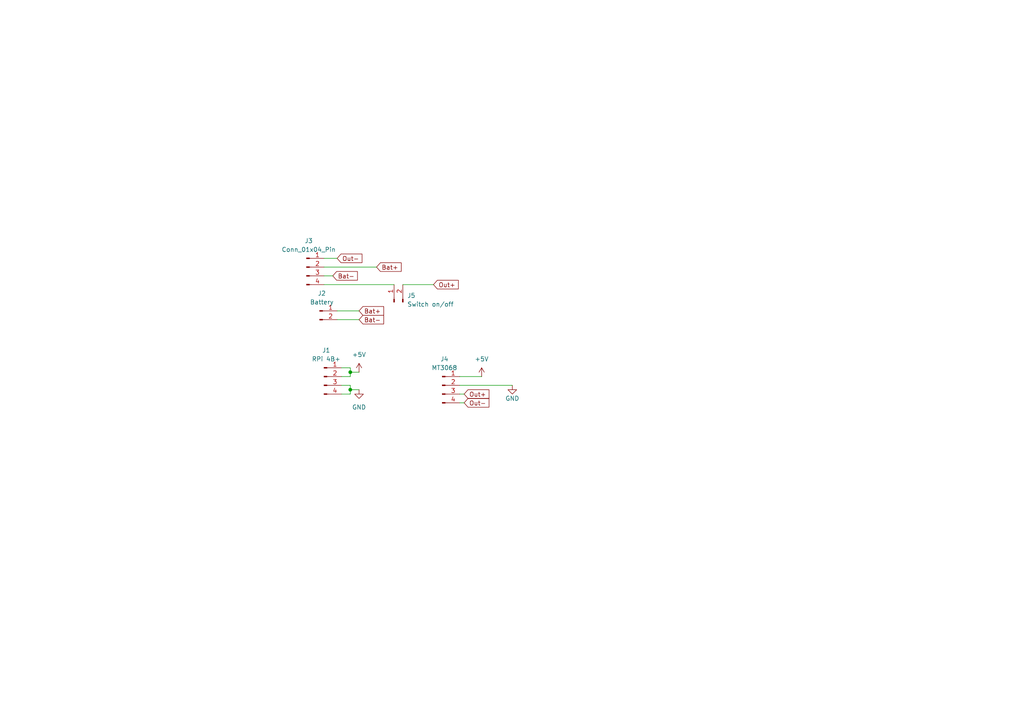
<source format=kicad_sch>
(kicad_sch (version 20231120) (generator "eeschema") (generator_version "8.0")
  (paper "A4")
  (lib_symbols
    (symbol "Connector:Conn_01x02_Pin" (pin_names (offset 1.016) hide)
      (property "Reference" "J" (at 0 2.54 0))
      (property "Value" "Conn_01x02_Pin" (at 0 -5.08 0))
      (symbol "Conn_01x02_Pin_1_1"
        (polyline (pts (xy 1.27 -2.54) (xy 0.8636 -2.54)) (stroke (width 0.1524)))
        (polyline (pts (xy 1.27 0) (xy 0.8636 0)) (stroke (width 0.1524)))
        (rectangle (start 0.8636 -2.413) (end 0 -2.667) (stroke (width 0.1524)) (fill (type outline)))
        (rectangle (start 0.8636 0.127) (end 0 -0.127) (stroke (width 0.1524)) (fill (type outline)))
        (pin passive line (at 5.08 0 180) (length 3.81) (name "Pin_1") (number "1"))
        (pin passive line (at 5.08 -2.54 180) (length 3.81) (name "Pin_2") (number "2"))
      )
    )
    (symbol "Connector:Conn_01x04_Pin" (pin_names (offset 1.016) hide)
      (property "Reference" "J" (at 0 5.08 0))
      (property "Value" "Conn_01x04_Pin" (at 0 -7.62 0))
      (symbol "Conn_01x04_Pin_1_1"
        (polyline (pts (xy 1.27 -5.08) (xy 0.8636 -5.08)) (stroke (width 0.1524)))
        (polyline (pts (xy 1.27 -2.54) (xy 0.8636 -2.54)) (stroke (width 0.1524)))
        (polyline (pts (xy 1.27 0) (xy 0.8636 0)) (stroke (width 0.1524)))
        (polyline (pts (xy 1.27 2.54) (xy 0.8636 2.54)) (stroke (width 0.1524)))
        (rectangle (start 0.8636 -4.953) (end 0 -5.207) (stroke (width 0.1524)) (fill (type outline)))
        (rectangle (start 0.8636 -2.413) (end 0 -2.667) (stroke (width 0.1524)) (fill (type outline)))
        (rectangle (start 0.8636 0.127) (end 0 -0.127) (stroke (width 0.1524)) (fill (type outline)))
        (rectangle (start 0.8636 2.667) (end 0 2.413) (stroke (width 0.1524)) (fill (type outline)))
        (pin passive line (at 5.08 2.54 180) (length 3.81) (name "Pin_1") (number "1"))
        (pin passive line (at 5.08 0 180) (length 3.81) (name "Pin_2") (number "2"))
        (pin passive line (at 5.08 -2.54 180) (length 3.81) (name "Pin_3") (number "3"))
        (pin passive line (at 5.08 -5.08 180) (length 3.81) (name "Pin_4") (number "4"))
      )
    )
    (symbol "power:+5V" (power) (pin_numbers hide) (pin_names (offset 0) hide)
      (property "Value" "+5V" (at 0 3.556 0))
      (symbol "+5V_0_1"
        (polyline (pts (xy -0.762 1.27) (xy 0 2.54)))
        (polyline (pts (xy 0 0) (xy 0 2.54)))
        (polyline (pts (xy 0 2.54) (xy 0.762 1.27)))
      )
      (symbol "+5V_1_1"
        (pin power_in line (at 0 0 90) (length 0) (name "~") (number "1"))
      )
    )
    (symbol "power:GND" (power) (pin_numbers hide) (pin_names (offset 0) hide)
      (property "Value" "GND" (at 0 -3.81 0))
      (symbol "GND_0_1"
        (polyline (pts (xy 0 0) (xy 0 -1.27) (xy 1.27 -1.27) (xy 0 -2.54) (xy -1.27 -1.27) (xy 0 -1.27)))
      )
      (symbol "GND_1_1"
        (pin power_in line (at 0 0 270) (length 0) (name "~") (number "1"))
      )
    )
  )
  (junction (at 101.6 107.95))
  (junction (at 101.6 113.03))
  (wire (pts (xy 104.14 113.03) (xy 101.6 113.03)))
  (wire (pts (xy 101.6 109.22) (xy 101.6 107.95)))
  (wire (pts (xy 97.79 90.17) (xy 104.14 90.17)))
  (wire (pts (xy 93.98 80.01) (xy 96.52 80.01)))
  (wire (pts (xy 93.98 82.55) (xy 114.3 82.55)))
  (wire (pts (xy 133.35 114.3) (xy 134.62 114.3)))
  (wire (pts (xy 133.35 111.76) (xy 148.59 111.76)))
  (wire (pts (xy 101.6 106.68) (xy 99.06 106.68)))
  (wire (pts (xy 133.35 109.22) (xy 139.7 109.22)))
  (wire (pts (xy 99.06 109.22) (xy 101.6 109.22)))
  (wire (pts (xy 97.79 74.93) (xy 93.98 74.93)))
  (wire (pts (xy 99.06 114.3) (xy 101.6 114.3)))
  (wire (pts (xy 101.6 113.03) (xy 101.6 111.76)))
  (wire (pts (xy 101.6 107.95) (xy 101.6 106.68)))
  (wire (pts (xy 101.6 114.3) (xy 101.6 113.03)))
  (wire (pts (xy 133.35 116.84) (xy 134.62 116.84)))
  (wire (pts (xy 97.79 92.71) (xy 104.14 92.71)))
  (wire (pts (xy 93.98 77.47) (xy 109.22 77.47)))
  (wire (pts (xy 104.14 107.95) (xy 101.6 107.95)))
  (wire (pts (xy 101.6 111.76) (xy 99.06 111.76)))
  (wire (pts (xy 116.84 82.55) (xy 125.73 82.55)))
  (global_label "Out-" (shape input) (at 134.62 116.84 0) (property "Intersheetrefs" "${INTERSHEET_REFS}" (effects (hide yes))))
  (global_label "Bat-" (shape input) (at 96.52 80.01 0) (property "Intersheetrefs" "${INTERSHEET_REFS}" (effects (hide yes))))
  (global_label "Out-" (shape input) (at 97.79 74.93 0) (property "Intersheetrefs" "${INTERSHEET_REFS}" (effects (hide yes))))
  (global_label "Out+" (shape input) (at 134.62 114.3 0) (property "Intersheetrefs" "${INTERSHEET_REFS}" (effects (hide yes))))
  (global_label "Bat+" (shape input) (at 109.22 77.47 0) (property "Intersheetrefs" "${INTERSHEET_REFS}" (effects (hide yes))))
  (global_label "Bat+" (shape input) (at 104.14 90.17 0) (property "Intersheetrefs" "${INTERSHEET_REFS}" (effects (hide yes))))
  (global_label "Out+" (shape input) (at 125.73 82.55 0) (property "Intersheetrefs" "${INTERSHEET_REFS}" (effects (hide yes))))
  (global_label "Bat-" (shape input) (at 104.14 92.71 0) (property "Intersheetrefs" "${INTERSHEET_REFS}" (effects (hide yes))))
  (symbol (lib_id "Connector:Conn_01x04_Pin") (at 128.27 111.76 0) (unit 1)
    (property "Reference" "J4" (at 128.905 104.14 0))
    (property "Value" "MT3068" (at 128.905 106.68 0))
    (property "Footprint" "TP4056:MT3068" (effects (hide yes)))
    (property "Description" "Generic connector, single row, 01x04, script generated" (effects (hide yes)))
  )
  (symbol (lib_id "power:GND") (at 148.59 111.76 0) (unit 1)
    (property "Reference" "#PWR06" (effects (hide yes)))
    (property "Value" "GND" (at 148.59 115.57 0))
    (property "Description" "Power symbol creates a global label with name \"GND\" , ground" (effects (hide yes)))
  )
  (symbol (lib_id "Connector:Conn_01x04_Pin") (at 88.9 77.47 0) (unit 1)
    (property "Reference" "J3" (at 89.535 69.85 0))
    (property "Value" "Conn_01x04_Pin" (at 89.535 72.39 0))
    (property "Footprint" "TP4056:TP4056-module" (effects (hide yes)))
    (property "Description" "Generic connector, single row, 01x04, script generated" (effects (hide yes)))
  )
  (symbol (lib_id "Connector:Conn_01x02_Pin") (at 114.3 87.63 90) (unit 1)
    (property "Reference" "J5" (at 118.11 85.7249 90) (effects (justify right)))
    (property "Value" "Switch on/off" (at 118.11 88.2649 90) (effects (justify right)))
    (property "Footprint" "Fuse:Fuse_Littelfuse-NANO2-462" (effects (hide yes)))
    (property "Description" "Generic connector, single row, 01x02, script generated" (effects (hide yes)))
  )
  (symbol (lib_id "power:+5V") (at 104.14 107.95 0) (unit 1)
    (property "Reference" "#PWR01" (effects (hide yes)))
    (property "Value" "+5V" (at 104.14 102.87 0))
    (property "Description" "Power symbol creates a global label with name \"+5V\"" (effects (hide yes)))
  )
  (symbol (lib_id "Connector:Conn_01x04_Pin") (at 93.98 109.22 0) (unit 1)
    (property "Reference" "J1" (at 94.615 101.6 0))
    (property "Value" "RPi 4B+" (at 94.615 104.14 0))
    (property "Footprint" "Connector_PinHeader_2.54mm:PinHeader_1x04_P2.54mm_Vertical" (effects (hide yes)))
    (property "Description" "Generic connector, single row, 01x04, script generated" (effects (hide yes)))
  )
  (symbol (lib_id "power:+5V") (at 139.7 109.22 0) (unit 1)
    (property "Reference" "#PWR05" (effects (hide yes)))
    (property "Value" "+5V" (at 139.7 104.14 0))
    (property "Description" "Power symbol creates a global label with name \"+5V\"" (effects (hide yes)))
  )
  (symbol (lib_id "power:GND") (at 104.14 113.03 0) (unit 1)
    (property "Reference" "#PWR02" (effects (hide yes)))
    (property "Value" "GND" (at 104.14 118.11 0))
    (property "Description" "Power symbol creates a global label with name \"GND\" , ground" (effects (hide yes)))
  )
  (symbol (lib_id "Connector:Conn_01x02_Pin") (at 92.71 90.17 0) (unit 1)
    (property "Reference" "J2" (at 93.345 85.09 0))
    (property "Value" "Battery" (at 93.345 87.63 0))
    (property "Footprint" "TP4056:18650s 3x" (effects (hide yes)))
    (property "Description" "Generic connector, single row, 01x02, script generated" (effects (hide yes)))
  )
)
</source>
